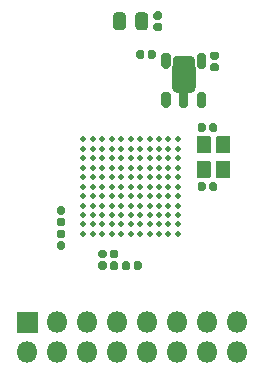
<source format=gts>
G04 #@! TF.GenerationSoftware,KiCad,Pcbnew,(5.1.9)-1*
G04 #@! TF.CreationDate,2021-06-07T22:02:30-04:00*
G04 #@! TF.ProjectId,icepool-board,69636570-6f6f-46c2-9d62-6f6172642e6b,2020-04*
G04 #@! TF.SameCoordinates,Original*
G04 #@! TF.FileFunction,Soldermask,Top*
G04 #@! TF.FilePolarity,Negative*
%FSLAX46Y46*%
G04 Gerber Fmt 4.6, Leading zero omitted, Abs format (unit mm)*
G04 Created by KiCad (PCBNEW (5.1.9)-1) date 2021-06-07 22:02:30*
%MOMM*%
%LPD*%
G01*
G04 APERTURE LIST*
%ADD10O,1.801600X1.801600*%
%ADD11C,0.501600*%
G04 APERTURE END LIST*
G36*
G01*
X41899200Y-83981650D02*
X41899200Y-83018350D01*
G75*
G02*
X42168350Y-82749200I269150J0D01*
G01*
X42706650Y-82749200D01*
G75*
G02*
X42975800Y-83018350I0J-269150D01*
G01*
X42975800Y-83981650D01*
G75*
G02*
X42706650Y-84250800I-269150J0D01*
G01*
X42168350Y-84250800D01*
G75*
G02*
X41899200Y-83981650I0J269150D01*
G01*
G37*
G36*
G01*
X40024200Y-83981650D02*
X40024200Y-83018350D01*
G75*
G02*
X40293350Y-82749200I269150J0D01*
G01*
X40831650Y-82749200D01*
G75*
G02*
X41100800Y-83018350I0J-269150D01*
G01*
X41100800Y-83981650D01*
G75*
G02*
X40831650Y-84250800I-269150J0D01*
G01*
X40293350Y-84250800D01*
G75*
G02*
X40024200Y-83981650I0J269150D01*
G01*
G37*
D10*
X50530000Y-111540000D03*
X50530000Y-109000000D03*
X47990000Y-111540000D03*
X47990000Y-109000000D03*
X45450000Y-111540000D03*
X45450000Y-109000000D03*
X42910000Y-111540000D03*
X42910000Y-109000000D03*
X40370000Y-111540000D03*
X40370000Y-109000000D03*
X37830000Y-111540000D03*
X37830000Y-109000000D03*
X35290000Y-111540000D03*
X35290000Y-109000000D03*
X32750000Y-111540000D03*
G36*
G01*
X33600000Y-109900800D02*
X31900000Y-109900800D01*
G75*
G02*
X31849200Y-109850000I0J50800D01*
G01*
X31849200Y-108150000D01*
G75*
G02*
X31900000Y-108099200I50800J0D01*
G01*
X33600000Y-108099200D01*
G75*
G02*
X33650800Y-108150000I0J-50800D01*
G01*
X33650800Y-109850000D01*
G75*
G02*
X33600000Y-109900800I-50800J0D01*
G01*
G37*
G36*
G01*
X41739200Y-104397900D02*
X41739200Y-104002100D01*
G75*
G02*
X41912100Y-103829200I172900J0D01*
G01*
X42257900Y-103829200D01*
G75*
G02*
X42430800Y-104002100I0J-172900D01*
G01*
X42430800Y-104397900D01*
G75*
G02*
X42257900Y-104570800I-172900J0D01*
G01*
X41912100Y-104570800D01*
G75*
G02*
X41739200Y-104397900I0J172900D01*
G01*
G37*
G36*
G01*
X40769200Y-104397900D02*
X40769200Y-104002100D01*
G75*
G02*
X40942100Y-103829200I172900J0D01*
G01*
X41287900Y-103829200D01*
G75*
G02*
X41460800Y-104002100I0J-172900D01*
G01*
X41460800Y-104397900D01*
G75*
G02*
X41287900Y-104570800I-172900J0D01*
G01*
X40942100Y-104570800D01*
G75*
G02*
X40769200Y-104397900I0J172900D01*
G01*
G37*
G36*
G01*
X39739200Y-103397900D02*
X39739200Y-103002100D01*
G75*
G02*
X39912100Y-102829200I172900J0D01*
G01*
X40257900Y-102829200D01*
G75*
G02*
X40430800Y-103002100I0J-172900D01*
G01*
X40430800Y-103397900D01*
G75*
G02*
X40257900Y-103570800I-172900J0D01*
G01*
X39912100Y-103570800D01*
G75*
G02*
X39739200Y-103397900I0J172900D01*
G01*
G37*
G36*
G01*
X38769200Y-103397900D02*
X38769200Y-103002100D01*
G75*
G02*
X38942100Y-102829200I172900J0D01*
G01*
X39287900Y-102829200D01*
G75*
G02*
X39460800Y-103002100I0J-172900D01*
G01*
X39460800Y-103397900D01*
G75*
G02*
X39287900Y-103570800I-172900J0D01*
G01*
X38942100Y-103570800D01*
G75*
G02*
X38769200Y-103397900I0J172900D01*
G01*
G37*
D11*
X37500000Y-93500000D03*
X37500000Y-94300000D03*
X37500000Y-95100000D03*
X37500000Y-95900000D03*
X37500000Y-96700000D03*
X37500000Y-97500000D03*
X37500000Y-98300000D03*
X37500000Y-99100000D03*
X37500000Y-99900000D03*
X37500000Y-100700000D03*
X37500000Y-101500000D03*
X38300000Y-93500000D03*
X38300000Y-94300000D03*
X38300000Y-95100000D03*
X38300000Y-95900000D03*
X38300000Y-96700000D03*
X38300000Y-97500000D03*
X38300000Y-98300000D03*
X38300000Y-99100000D03*
X38300000Y-99900000D03*
X38300000Y-100700000D03*
X38300000Y-101500000D03*
X39100000Y-93500000D03*
X39100000Y-94300000D03*
X39100000Y-95100000D03*
X39100000Y-95900000D03*
X39100000Y-96700000D03*
X39100000Y-97500000D03*
X39100000Y-98300000D03*
X39100000Y-99100000D03*
X39100000Y-99900000D03*
X39100000Y-100700000D03*
X39100000Y-101500000D03*
X39900000Y-93500000D03*
X39900000Y-94300000D03*
X39900000Y-95100000D03*
X39900000Y-95900000D03*
X39900000Y-96700000D03*
X39900000Y-97500000D03*
X39900000Y-98300000D03*
X39900000Y-99100000D03*
X39900000Y-99900000D03*
X39900000Y-100700000D03*
X39900000Y-101500000D03*
X40700000Y-93500000D03*
X40700000Y-94300000D03*
X40700000Y-95100000D03*
X40700000Y-95900000D03*
X40700000Y-96700000D03*
X40700000Y-97500000D03*
X40700000Y-98300000D03*
X40700000Y-99100000D03*
X40700000Y-99900000D03*
X40700000Y-100700000D03*
X40700000Y-101500000D03*
X41500000Y-93500000D03*
X41500000Y-94300000D03*
X41500000Y-95100000D03*
X41500000Y-95900000D03*
X41500000Y-96700000D03*
X41500000Y-97500000D03*
X41500000Y-98300000D03*
X41500000Y-99100000D03*
X41500000Y-99900000D03*
X41500000Y-100700000D03*
X41500000Y-101500000D03*
X42300000Y-93500000D03*
X42300000Y-94300000D03*
X42300000Y-95100000D03*
X42300000Y-95900000D03*
X42300000Y-96700000D03*
X42300000Y-97500000D03*
X42300000Y-98300000D03*
X42300000Y-99100000D03*
X42300000Y-99900000D03*
X42300000Y-100700000D03*
X42300000Y-101500000D03*
X43100000Y-93500000D03*
X43100000Y-94300000D03*
X43100000Y-95100000D03*
X43100000Y-95900000D03*
X43100000Y-96700000D03*
X43100000Y-97500000D03*
X43100000Y-98300000D03*
X43100000Y-99100000D03*
X43100000Y-99900000D03*
X43100000Y-100700000D03*
X43100000Y-101500000D03*
X43900000Y-93500000D03*
X43900000Y-94300000D03*
X43900000Y-95100000D03*
X43900000Y-95900000D03*
X43900000Y-96700000D03*
X43900000Y-97500000D03*
X43900000Y-98300000D03*
X43900000Y-99100000D03*
X43900000Y-99900000D03*
X43900000Y-100700000D03*
X43900000Y-101500000D03*
X44700000Y-93500000D03*
X44700000Y-94300000D03*
X44700000Y-95100000D03*
X44700000Y-95900000D03*
X44700000Y-96700000D03*
X44700000Y-97500000D03*
X44700000Y-98300000D03*
X44700000Y-99100000D03*
X44700000Y-99900000D03*
X44700000Y-100700000D03*
X44700000Y-101500000D03*
X45500000Y-93500000D03*
X45500000Y-94300000D03*
X45500000Y-95100000D03*
X45500000Y-95900000D03*
X45500000Y-96700000D03*
X45500000Y-97500000D03*
X45500000Y-98300000D03*
X45500000Y-99100000D03*
X45500000Y-99900000D03*
X45500000Y-100700000D03*
X45500000Y-101500000D03*
G36*
G01*
X43602100Y-83639200D02*
X43997900Y-83639200D01*
G75*
G02*
X44170800Y-83812100I0J-172900D01*
G01*
X44170800Y-84157900D01*
G75*
G02*
X43997900Y-84330800I-172900J0D01*
G01*
X43602100Y-84330800D01*
G75*
G02*
X43429200Y-84157900I0J172900D01*
G01*
X43429200Y-83812100D01*
G75*
G02*
X43602100Y-83639200I172900J0D01*
G01*
G37*
G36*
G01*
X43602100Y-82669200D02*
X43997900Y-82669200D01*
G75*
G02*
X44170800Y-82842100I0J-172900D01*
G01*
X44170800Y-83187900D01*
G75*
G02*
X43997900Y-83360800I-172900J0D01*
G01*
X43602100Y-83360800D01*
G75*
G02*
X43429200Y-83187900I0J172900D01*
G01*
X43429200Y-82842100D01*
G75*
G02*
X43602100Y-82669200I172900J0D01*
G01*
G37*
G36*
G01*
X35797900Y-102830800D02*
X35402100Y-102830800D01*
G75*
G02*
X35229200Y-102657900I0J172900D01*
G01*
X35229200Y-102312100D01*
G75*
G02*
X35402100Y-102139200I172900J0D01*
G01*
X35797900Y-102139200D01*
G75*
G02*
X35970800Y-102312100I0J-172900D01*
G01*
X35970800Y-102657900D01*
G75*
G02*
X35797900Y-102830800I-172900J0D01*
G01*
G37*
G36*
G01*
X35797900Y-101860800D02*
X35402100Y-101860800D01*
G75*
G02*
X35229200Y-101687900I0J172900D01*
G01*
X35229200Y-101342100D01*
G75*
G02*
X35402100Y-101169200I172900J0D01*
G01*
X35797900Y-101169200D01*
G75*
G02*
X35970800Y-101342100I0J-172900D01*
G01*
X35970800Y-101687900D01*
G75*
G02*
X35797900Y-101860800I-172900J0D01*
G01*
G37*
G36*
G01*
X39739200Y-104401900D02*
X39739200Y-104006100D01*
G75*
G02*
X39912100Y-103833200I172900J0D01*
G01*
X40257900Y-103833200D01*
G75*
G02*
X40430800Y-104006100I0J-172900D01*
G01*
X40430800Y-104401900D01*
G75*
G02*
X40257900Y-104574800I-172900J0D01*
G01*
X39912100Y-104574800D01*
G75*
G02*
X39739200Y-104401900I0J172900D01*
G01*
G37*
G36*
G01*
X38769200Y-104401900D02*
X38769200Y-104006100D01*
G75*
G02*
X38942100Y-103833200I172900J0D01*
G01*
X39287900Y-103833200D01*
G75*
G02*
X39460800Y-104006100I0J-172900D01*
G01*
X39460800Y-104401900D01*
G75*
G02*
X39287900Y-104574800I-172900J0D01*
G01*
X38942100Y-104574800D01*
G75*
G02*
X38769200Y-104401900I0J172900D01*
G01*
G37*
G36*
G01*
X47860800Y-97302100D02*
X47860800Y-97697900D01*
G75*
G02*
X47687900Y-97870800I-172900J0D01*
G01*
X47342100Y-97870800D01*
G75*
G02*
X47169200Y-97697900I0J172900D01*
G01*
X47169200Y-97302100D01*
G75*
G02*
X47342100Y-97129200I172900J0D01*
G01*
X47687900Y-97129200D01*
G75*
G02*
X47860800Y-97302100I0J-172900D01*
G01*
G37*
G36*
G01*
X48830800Y-97302100D02*
X48830800Y-97697900D01*
G75*
G02*
X48657900Y-97870800I-172900J0D01*
G01*
X48312100Y-97870800D01*
G75*
G02*
X48139200Y-97697900I0J172900D01*
G01*
X48139200Y-97302100D01*
G75*
G02*
X48312100Y-97129200I172900J0D01*
G01*
X48657900Y-97129200D01*
G75*
G02*
X48830800Y-97302100I0J-172900D01*
G01*
G37*
G36*
G01*
X42660800Y-86102100D02*
X42660800Y-86497900D01*
G75*
G02*
X42487900Y-86670800I-172900J0D01*
G01*
X42142100Y-86670800D01*
G75*
G02*
X41969200Y-86497900I0J172900D01*
G01*
X41969200Y-86102100D01*
G75*
G02*
X42142100Y-85929200I172900J0D01*
G01*
X42487900Y-85929200D01*
G75*
G02*
X42660800Y-86102100I0J-172900D01*
G01*
G37*
G36*
G01*
X43630800Y-86102100D02*
X43630800Y-86497900D01*
G75*
G02*
X43457900Y-86670800I-172900J0D01*
G01*
X43112100Y-86670800D01*
G75*
G02*
X42939200Y-86497900I0J172900D01*
G01*
X42939200Y-86102100D01*
G75*
G02*
X43112100Y-85929200I172900J0D01*
G01*
X43457900Y-85929200D01*
G75*
G02*
X43630800Y-86102100I0J-172900D01*
G01*
G37*
G36*
G01*
X48402100Y-87039200D02*
X48797900Y-87039200D01*
G75*
G02*
X48970800Y-87212100I0J-172900D01*
G01*
X48970800Y-87557900D01*
G75*
G02*
X48797900Y-87730800I-172900J0D01*
G01*
X48402100Y-87730800D01*
G75*
G02*
X48229200Y-87557900I0J172900D01*
G01*
X48229200Y-87212100D01*
G75*
G02*
X48402100Y-87039200I172900J0D01*
G01*
G37*
G36*
G01*
X48402100Y-86069200D02*
X48797900Y-86069200D01*
G75*
G02*
X48970800Y-86242100I0J-172900D01*
G01*
X48970800Y-86587900D01*
G75*
G02*
X48797900Y-86760800I-172900J0D01*
G01*
X48402100Y-86760800D01*
G75*
G02*
X48229200Y-86587900I0J172900D01*
G01*
X48229200Y-86242100D01*
G75*
G02*
X48402100Y-86069200I172900J0D01*
G01*
G37*
G36*
G01*
X35797900Y-99860800D02*
X35402100Y-99860800D01*
G75*
G02*
X35229200Y-99687900I0J172900D01*
G01*
X35229200Y-99342100D01*
G75*
G02*
X35402100Y-99169200I172900J0D01*
G01*
X35797900Y-99169200D01*
G75*
G02*
X35970800Y-99342100I0J-172900D01*
G01*
X35970800Y-99687900D01*
G75*
G02*
X35797900Y-99860800I-172900J0D01*
G01*
G37*
G36*
G01*
X35797900Y-100830800D02*
X35402100Y-100830800D01*
G75*
G02*
X35229200Y-100657900I0J172900D01*
G01*
X35229200Y-100312100D01*
G75*
G02*
X35402100Y-100139200I172900J0D01*
G01*
X35797900Y-100139200D01*
G75*
G02*
X35970800Y-100312100I0J-172900D01*
G01*
X35970800Y-100657900D01*
G75*
G02*
X35797900Y-100830800I-172900J0D01*
G01*
G37*
G36*
G01*
X49875000Y-96750800D02*
X48775000Y-96750800D01*
G75*
G02*
X48724200Y-96700000I0J50800D01*
G01*
X48724200Y-95400000D01*
G75*
G02*
X48775000Y-95349200I50800J0D01*
G01*
X49875000Y-95349200D01*
G75*
G02*
X49925800Y-95400000I0J-50800D01*
G01*
X49925800Y-96700000D01*
G75*
G02*
X49875000Y-96750800I-50800J0D01*
G01*
G37*
G36*
G01*
X49875000Y-94650800D02*
X48775000Y-94650800D01*
G75*
G02*
X48724200Y-94600000I0J50800D01*
G01*
X48724200Y-93300000D01*
G75*
G02*
X48775000Y-93249200I50800J0D01*
G01*
X49875000Y-93249200D01*
G75*
G02*
X49925800Y-93300000I0J-50800D01*
G01*
X49925800Y-94600000D01*
G75*
G02*
X49875000Y-94650800I-50800J0D01*
G01*
G37*
G36*
G01*
X48225000Y-94650800D02*
X47125000Y-94650800D01*
G75*
G02*
X47074200Y-94600000I0J50800D01*
G01*
X47074200Y-93300000D01*
G75*
G02*
X47125000Y-93249200I50800J0D01*
G01*
X48225000Y-93249200D01*
G75*
G02*
X48275800Y-93300000I0J-50800D01*
G01*
X48275800Y-94600000D01*
G75*
G02*
X48225000Y-94650800I-50800J0D01*
G01*
G37*
G36*
G01*
X48225000Y-96750800D02*
X47125000Y-96750800D01*
G75*
G02*
X47074200Y-96700000I0J50800D01*
G01*
X47074200Y-95400000D01*
G75*
G02*
X47125000Y-95349200I50800J0D01*
G01*
X48225000Y-95349200D01*
G75*
G02*
X48275800Y-95400000I0J-50800D01*
G01*
X48275800Y-96700000D01*
G75*
G02*
X48225000Y-96750800I-50800J0D01*
G01*
G37*
G36*
G01*
X44984200Y-89092900D02*
X44984200Y-87407100D01*
G75*
G02*
X45492100Y-86899200I507900J0D01*
G01*
X46507900Y-86899200D01*
G75*
G02*
X47015800Y-87407100I0J-507900D01*
G01*
X47015800Y-89092900D01*
G75*
G02*
X46507900Y-89600800I-507900J0D01*
G01*
X45492100Y-89600800D01*
G75*
G02*
X44984200Y-89092900I0J507900D01*
G01*
G37*
G36*
G01*
X47109200Y-87305400D02*
X47109200Y-86394600D01*
G75*
G02*
X47304600Y-86199200I195400J0D01*
G01*
X47695400Y-86199200D01*
G75*
G02*
X47890800Y-86394600I0J-195400D01*
G01*
X47890800Y-87305400D01*
G75*
G02*
X47695400Y-87500800I-195400J0D01*
G01*
X47304600Y-87500800D01*
G75*
G02*
X47109200Y-87305400I0J195400D01*
G01*
G37*
G36*
G01*
X45084200Y-87275400D02*
X45084200Y-86724600D01*
G75*
G02*
X45359600Y-86449200I275400J0D01*
G01*
X46640400Y-86449200D01*
G75*
G02*
X46915800Y-86724600I0J-275400D01*
G01*
X46915800Y-87275400D01*
G75*
G02*
X46640400Y-87550800I-275400J0D01*
G01*
X45359600Y-87550800D01*
G75*
G02*
X45084200Y-87275400I0J275400D01*
G01*
G37*
G36*
G01*
X44109200Y-87305400D02*
X44109200Y-86394600D01*
G75*
G02*
X44304600Y-86199200I195400J0D01*
G01*
X44695400Y-86199200D01*
G75*
G02*
X44890800Y-86394600I0J-195400D01*
G01*
X44890800Y-87305400D01*
G75*
G02*
X44695400Y-87500800I-195400J0D01*
G01*
X44304600Y-87500800D01*
G75*
G02*
X44109200Y-87305400I0J195400D01*
G01*
G37*
G36*
G01*
X44109200Y-90605400D02*
X44109200Y-89694600D01*
G75*
G02*
X44304600Y-89499200I195400J0D01*
G01*
X44695400Y-89499200D01*
G75*
G02*
X44890800Y-89694600I0J-195400D01*
G01*
X44890800Y-90605400D01*
G75*
G02*
X44695400Y-90800800I-195400J0D01*
G01*
X44304600Y-90800800D01*
G75*
G02*
X44109200Y-90605400I0J195400D01*
G01*
G37*
G36*
G01*
X45609200Y-90605400D02*
X45609200Y-89294600D01*
G75*
G02*
X45804600Y-89099200I195400J0D01*
G01*
X46195400Y-89099200D01*
G75*
G02*
X46390800Y-89294600I0J-195400D01*
G01*
X46390800Y-90605400D01*
G75*
G02*
X46195400Y-90800800I-195400J0D01*
G01*
X45804600Y-90800800D01*
G75*
G02*
X45609200Y-90605400I0J195400D01*
G01*
G37*
G36*
G01*
X47109200Y-90605400D02*
X47109200Y-89694600D01*
G75*
G02*
X47304600Y-89499200I195400J0D01*
G01*
X47695400Y-89499200D01*
G75*
G02*
X47890800Y-89694600I0J-195400D01*
G01*
X47890800Y-90605400D01*
G75*
G02*
X47695400Y-90800800I-195400J0D01*
G01*
X47304600Y-90800800D01*
G75*
G02*
X47109200Y-90605400I0J195400D01*
G01*
G37*
G36*
G01*
X47860800Y-92302100D02*
X47860800Y-92697900D01*
G75*
G02*
X47687900Y-92870800I-172900J0D01*
G01*
X47342100Y-92870800D01*
G75*
G02*
X47169200Y-92697900I0J172900D01*
G01*
X47169200Y-92302100D01*
G75*
G02*
X47342100Y-92129200I172900J0D01*
G01*
X47687900Y-92129200D01*
G75*
G02*
X47860800Y-92302100I0J-172900D01*
G01*
G37*
G36*
G01*
X48830800Y-92302100D02*
X48830800Y-92697900D01*
G75*
G02*
X48657900Y-92870800I-172900J0D01*
G01*
X48312100Y-92870800D01*
G75*
G02*
X48139200Y-92697900I0J172900D01*
G01*
X48139200Y-92302100D01*
G75*
G02*
X48312100Y-92129200I172900J0D01*
G01*
X48657900Y-92129200D01*
G75*
G02*
X48830800Y-92302100I0J-172900D01*
G01*
G37*
M02*

</source>
